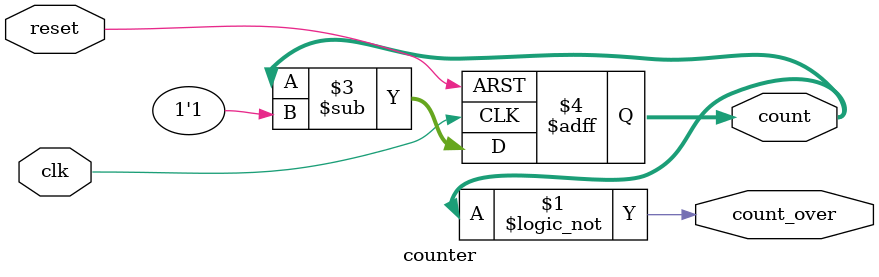
<source format=v>
`timescale 1ns / 1ps

module tc_top
(
    input clk,reset,
    output Hr,Hg,Cr,Cg,Hb,Cb,
    output [7:0] decoder_out,
    output [7:0] led_anode 
);

wire new_clk, pwm_out, state;
wire [2:0] timer_in;
wire [2:0] count_c, count_h;

assign timer_in = state ? count_h : count_c;

assign led_anode = 8'b11111110;

traffic_light_controller tc1 (.clk(new_clk),.reset(reset),.Hr(Hr),.Hg(Hg),.Cr(Cr),.Cg(Cg), .count_h(count_h), .count_c(count_c),.pwm_in(pwm_out), .Hb(Hb), .Cb(Cb), .status(state));
clock_divider c1 (.clkin(clk), .reset(reset), .clkout(new_clk));
bcd_to_7seg_decoder decod1 (.Ain(timer_in), .Aout(decoder_out));
pwm p1 (.clk(clk), .reset(reset), .pwm_out(pwm_out)); 

endmodule


module traffic_light_controller
(
    input clk,reset,pwm_in,
    output reg Hr,Hg,Hb,Cr,Cg,Cb,
    output [2:0] count_h, count_c,
    output reg status
);

parameter Highway_green = 0;
parameter Crossroad_green = 1;

reg state, next_state;
wire count_over_h, count_over_c;
wire h_counter_reset, c_counter_reset;

counter #(.max_count(3'd7)) h_counter(.clk(clk), .reset(h_counter_reset), .count(count_h), .count_over(count_over_h));
counter #(.max_count(3'd3)) c_counter(.clk(clk), .reset(c_counter_reset), .count(count_c), .count_over(count_over_c));

assign c_counter_reset = reset || (state == Highway_green);
assign h_counter_reset = reset || (state == Crossroad_green);

always @(posedge clk or posedge reset)
begin
    if (reset)
        state <= Highway_green;
    else
        state <= next_state;
end

//always @(*)
//begin
//    case (state)
//        Highway_green:
//        begin
//            Hg = 1;
//            Hr = ~Hg;
//            Cr = Hg;
//            Cg = Hr;
//            next_state = count_over_h ? Crossroad_green : Highway_green;
//        end
//        Crossroad_green:
//        begin
//            Hg = 0;
//            Hr = ~Hg;
//            Cr = Hg;
//            Cg = Hr;
//            next_state = count_over_c ? Highway_green : Crossroad_green;
//        end
//    endcase
//end

always @(*)
begin
    case (state)
        Highway_green:
        begin
            status = 1;
            Hg = pwm_in;
            Hr = 0;
            Cr = pwm_in;
            Cg = 0;
            Hb = 0;
            Cb = 0;
            next_state = count_over_h ? Crossroad_green : Highway_green;
        end
        Crossroad_green:
        begin
            status = 0;
            Hg = 0;
            Hr = pwm_in;
            Cr = 0;
            Cg = pwm_in;
            Hb = 0;
            Cb = 0;
            next_state = count_over_c ? Highway_green : Crossroad_green;
        end
    endcase
end

endmodule

module clock_divider
(
    input clkin,reset,
    output reg clkout
);

reg clkmux;
reg [25:0] count;
wire count_over;

//assign count_over = count==26'd62500000;
assign count_over = count==26'd50000000;

always @(posedge clkin or posedge reset)
begin
    if (reset || count_over)
        count <= 0;
    else
        count = count + 1;
end

always @(posedge clkin or posedge reset)
begin
    if (reset)
        clkout <= 1;
    else
        clkout <= clkmux;
end

always @(*)
begin
    if (count_over)
        clkmux = ~clkout;
    else
        clkmux = clkout;
end

endmodule

module bcd_to_7seg_decoder
(
    input [2:0] Ain,
    output reg [7:0] Aout
);



//always @(*)
//begin
//    case (Ain)
//        3'd0: Aout = 7'b1111110;
//        3'd1: Aout = 7'b0110000;
//        3'd2: Aout = 7'b1101101;
//        3'd3: Aout = 7'b1111001;
//        3'd4: Aout = 7'b0110011;
//        3'd5: Aout = 7'b1011011;
//        3'd6: Aout = 7'b1011111;
//        3'd7: Aout = 7'b1110000;
//        default: Aout = 7'b0000001;
//    endcase
//end

always @(*)
begin
    case (Ain)
        3'd0: Aout = 8'b00000011;
        3'd1: Aout = 8'b10011111;
        3'd2: Aout = 8'b00100101;
        3'd3: Aout = 8'b00001101;
        3'd4: Aout = 8'b10011001;
        3'd5: Aout = 8'b01001001;
        3'd6: Aout = 8'b01000001;
        3'd7: Aout = 8'b00011111;
        default: Aout = 8'b00000011;
    endcase
end

endmodule

`timescale 1ns / 1ps
 
module pwm
(
    input clk,reset,
    output pwm_out
);  
   
localparam total_time = 7;   
localparam on_time = 1;
    
reg [3:0] counter;

always @(posedge clk or posedge reset)
begin
    if (reset || (counter==total_time))
        counter <= 0;
    else
        counter<=counter+1'b1;
end    
 
assign pwm_out=(counter<on_time) ? 1:0;
    
endmodule

module counter
#(parameter max_count = 3'd7)
(
    input clk, reset,
    output count_over, 
    output reg [2:0] count
);

assign count_over = (count == 3'd0);

always @(posedge clk or posedge reset)
begin
    if (reset)
        count <= max_count;
    else
        count <= count - 1'b1;
end
        
endmodule


</source>
